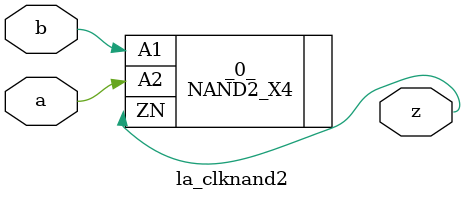
<source format=v>

/* Generated by Yosys 0.44 (git sha1 80ba43d26, g++ 11.4.0-1ubuntu1~22.04 -fPIC -O3) */

(* top =  1  *)
(* src = "inputs/la_clknand2.v:10.1-20.10" *)
module la_clknand2 (
    a,
    b,
    z
);
  (* src = "inputs/la_clknand2.v:13.12-13.13" *)
  input a;
  wire a;
  (* src = "inputs/la_clknand2.v:14.12-14.13" *)
  input b;
  wire b;
  (* src = "inputs/la_clknand2.v:15.12-15.13" *)
  output z;
  wire z;
  NAND2_X4 _0_ (
      .A1(b),
      .A2(a),
      .ZN(z)
  );
endmodule

</source>
